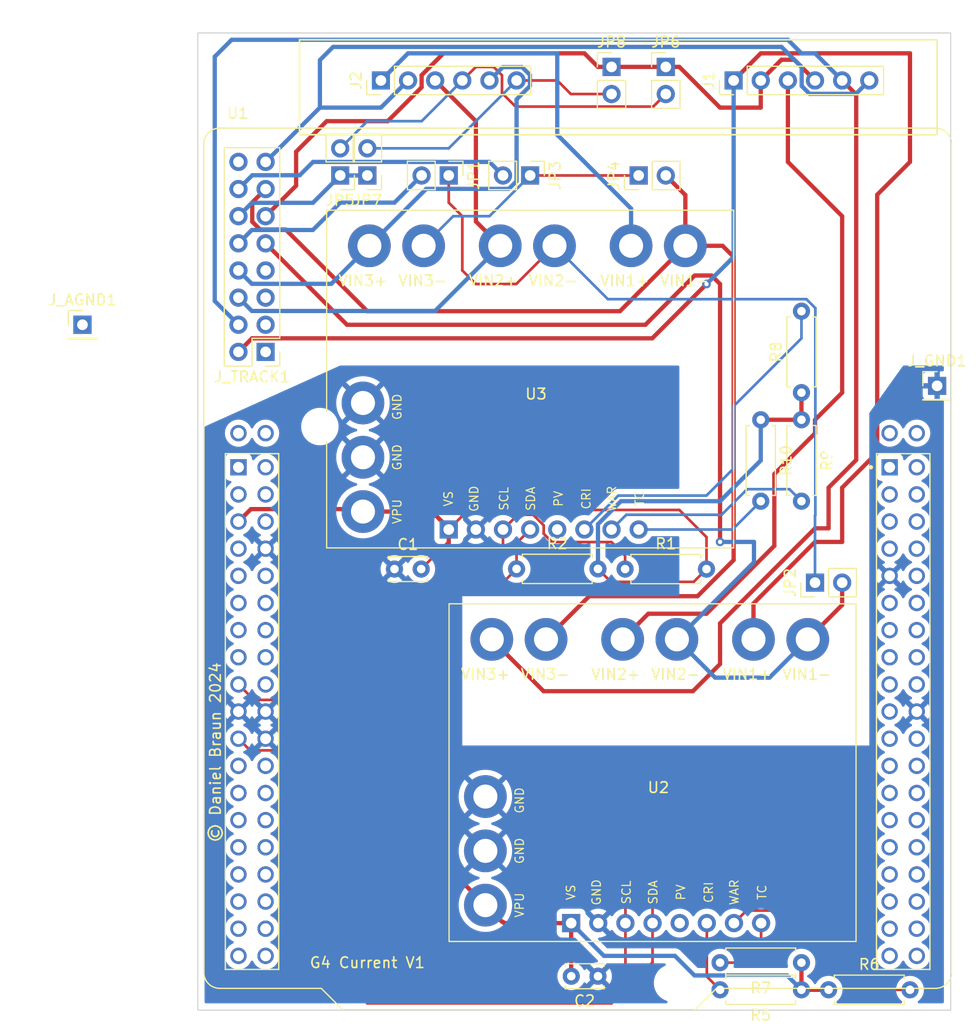
<source format=kicad_pcb>
(kicad_pcb (version 20221018) (generator pcbnew)
  (layers (0 "F.Cu" signal) (31 "B.Cu" signal) (34 "B.Paste" user) (35 "F.Paste" user) (36 "B.SilkS" user "B.Silkscreen") (37 "F.SilkS" user "F.Silkscreen") (38 "B.Mask" user) (39 "F.Mask" user) (44 "Edge.Cuts" user))
  (net 0 "")
  (net 1 "GND")
  (net 2 "5VCPU")
  (net 3 "3V3")
  (net 4 "12V")
  (net 5 "5V")
  (net 6 "T01A")
  (net 7 "T11A")
  (net 8 "T20A_T03A")
  (net 9 "Net-(J2-Pin_4)")
  (net 10 "T30A_T13A")
  (net 11 "Net-(J2-Pin_6)")
  (net 12 "GNDA")
  (net 13 "Net-(U2-CRI)")
  (net 14 "Net-(U2-WAR)")
  (net 15 "Net-(U2-TC)")
  (net 16 "T00A")
  (net 17 "T10A")
  (net 18 "Net-(U3-CRI)")
  (net 20 "Net-(U3-WAR)")
  (net 21 "C0A")
  (net 22 "C2A")
  (net 23 "C0B")
  (net 24 "C2B")
  (net 25 "C1A")
  (net 26 "C3A")
  (net 27 "C1B")
  (net 28 "C3B")
  (net 29 "Net-(U3-TC)")
  (net 30 "S_IN")
  (net 31 "5VCPU_IN")
  (net 32 "SPI3_SCK")
  (net 33 "SPI3_MOSI")
  (net 34 "SWDIO")
  (net 37 "SWDCLK")
  (net 39 "I2C1_SCL")
  (net 41 "I2C1_SDA")
  (net 42 "ADC2_IN1")
  (net 43 "ADC2_IN2")
  (net 48 "PWM_2_1")
  (net 50 "PWM_3_0")
  (net 52 "ADC2_IN8")
  (net 54 "ADC2_IN7")
  (net 55 "PWM_1_1")
  (net 56 "ADC2_IN6")
  (net 57 "I2C3_SDA")
  (net 58 "I2C3_SCL")
  (net 60 "PWM_2_0")
  (net 61 "LD2")
  (net 62 "CAN_TX")
  (net 65 "ADC2_IN3")
  (net 66 "CAN_RX")
  (net 67 "ADC2_IN4")
  (net 68 "TIM2_CH4")
  (net 69 "PWM_0_1")
  (net 73 "EECS")
  (net 74 "PWM_0_0")
  (net 75 "PWM_3_1")
  (net 76 "TIM2_CH3")
  (net 77 "SPI2_MOSI")
  (net 78 "SPI2_MISO")
  (net 79 "SPI2_SCK")
  (net 81 "SWO")
  (net 82 "PWM_1_0")
  (net 84 "ADC2_IN5")
  (net 90 "ASENSE")
  (net 91 "S_VALID")
  (net 92 "S_CLR")
  (net 93 "POW_CTRL")
  (net 94 "Net-(JP1-A)")
  (net 96 "Net-(JP3-A)")
  (footprint "Connector_PinHeader_2.54mm:PinHeader_1x02_P2.54mm_Vertical" (layer "F.Cu") (at 149.86 95.25 90)
    (fp_text reference "JP2")
    (fp_text value "Jumper_2_Open" hide)
  )
  (footprint "G4Lib:INA3221_Module" (layer "F.Cu") (at 127 127.05 180)
    (fp_text reference "U2")
    (fp_text value "INA3221_Module")
  )
  (footprint "Connector_PinHeader_2.54mm:PinHeader_1x02_P2.54mm_Vertical" (layer "F.Cu") (at 123.19 57.15 -90)
    (fp_text reference "JP3")
    (fp_text value "Jumper_2_Bridged" hide)
  )
  (footprint "Resistor_THT:R_Axial_DIN0207_L6.3mm_D2.5mm_P7.62mm_Horizontal" (layer "F.Cu") (at 148.59 80.01 -90)
    (fp_text reference "R9")
    (fp_text value "10k")
  )
  (footprint "Resistor_THT:R_Axial_DIN0207_L6.3mm_D2.5mm_P7.62mm_Horizontal" (layer "F.Cu") (at 148.59 133.35 180)
    (fp_text reference "R5")
    (fp_text value "10k")
  )
  (footprint "Connector_PinHeader_2.54mm:PinHeader_1x06_P2.54mm_Vertical" (layer "F.Cu") (at 142.24 48.26 90)
    (fp_text reference "J1")
    (fp_text value "Conn_01x06_Socket")
  )
  (footprint "G4Lib:INA3221_Module" (layer "F.Cu") (at 115.54 90.22 180)
    (fp_text reference "U3")
    (fp_text value "INA3221_Module")
  )
  (footprint "Connector_PinHeader_2.54mm:PinHeader_1x02_P2.54mm_Vertical" (layer "F.Cu") (at 115.57 57.15 -90)
    (fp_text reference "JP1")
    (fp_text value "Jumper_2_Bridged" hide)
  )
  (footprint "Capacitor_THT:C_Disc_D3.4mm_W2.1mm_P2.50mm" (layer "F.Cu") (at 110.49 93.98)
    (fp_text reference "C1")
    (fp_text value "100nF")
  )
  (footprint "Connector_PinHeader_2.54mm:PinHeader_1x01_P2.54mm_Vertical" (layer "F.Cu") (at 81.28 71.12)
    (fp_text reference "J_AGND1")
    (fp_text value "Conn_01x01_Female")
  )
  (footprint "G4Lib:MODULE_NUCLEO-G491RE20noar" (layer "F.Cu") (at 127.635 93.965)
    (fp_text reference "U1")
    (fp_text value "NUCLEO-G491RE")
  )
  (footprint "Connector_PinHeader_2.54mm:PinHeader_1x02_P2.54mm_Vertical" (layer "F.Cu") (at 105.41 57.15 180)
    (fp_text reference "JP5")
    (fp_text value "Jumper_2_Bridged" hide)
  )
  (footprint "Resistor_THT:R_Axial_DIN0207_L6.3mm_D2.5mm_P7.62mm_Horizontal" (layer "F.Cu") (at 148.59 77.47 90)
    (fp_text reference "R8")
    (fp_text value "10k")
  )
  (footprint "Connector_PinHeader_2.54mm:PinHeader_1x06_P2.54mm_Vertical" (layer "F.Cu") (at 109.22 48.26 90)
    (fp_text reference "J2")
    (fp_text value "Conn_01x06_Socket")
  )
  (footprint "Resistor_THT:R_Axial_DIN0207_L6.3mm_D2.5mm_P7.62mm_Horizontal" (layer "F.Cu") (at 151.13 133.35)
    (fp_text reference "R6")
    (fp_text value "10k")
  )
  (footprint "Capacitor_THT:C_Disc_D3.4mm_W2.1mm_P2.50mm" (layer "F.Cu") (at 129.54 132.08 180)
    (fp_text reference "C2")
    (fp_text value "100nF")
  )
  (footprint "Resistor_THT:R_Axial_DIN0207_L6.3mm_D2.5mm_P7.62mm_Horizontal" (layer "F.Cu") (at 144.78 80.01 -90)
    (fp_text reference "R10")
    (fp_text value "10k")
  )
  (footprint "Resistor_THT:R_Axial_DIN0207_L6.3mm_D2.5mm_P7.62mm_Horizontal" (layer "F.Cu") (at 148.59 130.81 180)
    (fp_text reference "R7")
    (fp_text value "10k")
  )
  (footprint "Connector_PinHeader_2.54mm:PinHeader_1x02_P2.54mm_Vertical" (layer "F.Cu") (at 133.35 57.15 90)
    (fp_text reference "JP4")
    (fp_text value "Jumper_2_Open" hide)
  )
  (footprint "Connector_PinHeader_2.54mm:PinHeader_1x02_P2.54mm_Vertical" (layer "F.Cu") (at 135.89 46.99)
    (fp_text reference "JP6")
    (fp_text value "Jumper_2_Open" hide)
  )
  (footprint "Connector_PinHeader_2.54mm:PinHeader_1x02_P2.54mm_Vertical" (layer "F.Cu") (at 107.95 57.15 180)
    (fp_text reference "JP7")
    (fp_text value "Jumper_2_Bridged" hide)
  )
  (footprint "Connector_PinHeader_2.54mm:PinHeader_1x02_P2.54mm_Vertical" (layer "F.Cu") (at 130.81 46.99)
    (fp_text reference "JP8")
    (fp_text value "Jumper_2_Open" hide)
  )
  (footprint "Connector_PinHeader_2.54mm:PinHeader_2x08_P2.54mm_Vertical" (layer "F.Cu") (at 98.425 73.66 180)
    (fp_text reference "J_TRACK1")
    (fp_text value "Conn_02x08_Odd_Even" hide)
  )
  (footprint "Connector_PinHeader_2.54mm:PinHeader_1x01_P2.54mm_Vertical" (layer "F.Cu") (at 161.29 76.835)
    (fp_text reference "J_GND1")
    (fp_text value "Conn_01x01_Female" hide)
  )
  (footprint "Resistor_THT:R_Axial_DIN0207_L6.3mm_D2.5mm_P7.62mm_Horizontal" (layer "F.Cu") (at 121.92 93.965)
    (fp_text reference "R2")
    (fp_text value "10k")
  )
  (footprint "Resistor_THT:R_Axial_DIN0207_L6.3mm_D2.5mm_P7.62mm_Horizontal" (layer "F.Cu") (at 132.08 93.98)
    (fp_text reference "R1")
    (fp_text value "10k")
  )
  (gr_rect (start 101.6 44.45) (end 161.29 53.34) (stroke (width 0.15)) (fill none) (layer "F.SilkS"))
  (gr_rect (start 92.075 43.815) (end 162.56 135.255) (stroke (width 0.1)) (fill none) (layer "Edge.Cuts"))
  (gr_text "© Daniel Braun 2024" (at 93.726 111.125 90) (layer "F.SilkS") (effects (font (size 1 1))))
  (gr_text "G4 Current V1" (at 107.95 130.81) (layer "F.SilkS") (effects (font (size 1 1))))
  (segment (start 107.54 88.6) (end 107.31 88.37) (width 0.4) (layer "F.Cu") (net 3))
  (segment (start 115.57 90.28) (end 115.57 90.17) (width 0.4) (layer "F.Cu") (net 3))
  (segment (start 119 125.43) (end 120.57 127) (width 0.4) (layer "F.Cu") (net 3))
  (segment (start 137.16 88.45) (end 139.7 90.99) (width 0.25) (layer "F.Cu") (net 3))
  (segment (start 144.78 80.01) (end 148.59 80.01) (width 0.4) (layer "F.Cu") (net 3))
  (segment (start 148.59 77.47) (end 148.59 80.01) (width 0.4) (layer "F.Cu") (net 3))
  (segment (start 129.54 93.965) (end 130.755 95.18) (width 0.25) (layer "F.Cu") (net 3))
  (segment (start 130.755 95.18) (end 138.5 95.18) (width 0.25) (layer "F.Cu") (net 3))
  (segment (start 138.5 95.18) (end 139.7 93.98) (width 0.25) (layer "F.Cu") (net 3))
  (segment (start 115.57 91.4) (end 112.99 93.98) (width 0.25) (layer "F.Cu") (net 3))
  (segment (start 120.65 127) (end 120.76 127.11) (width 0.4) (layer "F.Cu") (net 3))
  (segment (start 113.03 96.52) (end 115.57 93.98) (width 0.4) (layer "F.Cu") (net 3))
  (segment (start 139.7 90.99) (end 139.7 93.98) (width 0.25) (layer "F.Cu") (net 3))
  (segment (start 151.13 133.35) (end 148.59 133.35) (width 0.4) (layer "F.Cu") (net 3))
  (segment (start 115.57 90.17) (end 114 88.6) (width 0.4) (layer "F.Cu") (net 3))
  (segment (start 97.05 88.37) (end 95.885 89.535) (width 0.4) (layer "F.Cu") (net 3))
  (segment (start 117.4 88.45) (end 137.16 88.45) (width 0.25) (layer "F.Cu") (net 3))
  (segment (start 115.57 90.28) (end 115.57 91.4) (width 0.25) (layer "F.Cu") (net 3))
  (segment (start 127.03 127.11) (end 127.03 132.07) (width 0.4) (layer "F.Cu") (net 3))
  (segment (start 120.76 127.11) (end 127.03 127.11) (width 0.4) (layer "F.Cu") (net 3))
  (segment (start 113.03 123.19) (end 116.76 123.19) (width 0.4) (layer "F.Cu") (net 3))
  (segment (start 120.57 127) (end 120.65 127) (width 0.4) (layer "F.Cu") (net 3))
  (segment (start 116.76 123.19) (end 119 125.43) (width 0.4) (layer "F.Cu") (net 3))
  (segment (start 107.31 88.37) (end 97.05 88.37) (width 0.4) (layer "F.Cu") (net 3))
  (segment (start 114 88.6) (end 107.54 88.6) (width 0.4) (layer "F.Cu") (net 3))
  (segment (start 148.59 130.81) (end 148.59 133.35) (width 0.4) (layer "F.Cu") (net 3))
  (segment (start 115.57 90.28) (end 117.4 88.45) (width 0.25) (layer "F.Cu") (net 3))
  (segment (start 113.03 96.52) (end 113.03 123.19) (width 0.4) (layer "F.Cu") (net 3))
  (segment (start 115.57 93.98) (end 115.57 90.28) (width 0.4) (layer "F.Cu") (net 3))
  (segment (start 127.03 132.07) (end 127.04 132.08) (width 0.4) (layer "F.Cu") (net 3))
  (segment (start 148.59 133.35) (end 147.25 132.01) (width 0.4) (layer "B.Cu") (net 3))
  (segment (start 130.095 130.175) (end 127.03 127.11) (width 0.4) (layer "B.Cu") (net 3))
  (segment (start 140.97 87.63) (end 144.78 83.82) (width 0.4) (layer "B.Cu") (net 3))
  (segment (start 129.54 93.965) (end 129.54 89.782233) (width 0.4) (layer "B.Cu") (net 3))
  (segment (start 144.78 83.82) (end 144.78 80.01) (width 0.4) (layer "B.Cu") (net 3))
  (segment (start 147.25 132.01) (end 138.577716 132.01) (width 0.4) (layer "B.Cu") (net 3))
  (segment (start 129.54 89.782233) (end 131.692234 87.63) (width 0.4) (layer "B.Cu") (net 3))
  (segment (start 131.692234 87.63) (end 140.97 87.63) (width 0.4) (layer "B.Cu") (net 3))
  (segment (start 136.742716 130.175) (end 130.095 130.175) (width 0.4) (layer "B.Cu") (net 3))
  (segment (start 138.577716 132.01) (end 136.742716 130.175) (width 0.4) (layer "B.Cu") (net 3))
  (segment (start 149.86 81.28) (end 149.86 80.01) (width 0.4) (layer "F.Cu") (net 6))
  (segment (start 146.05 85.09) (end 149.86 81.28) (width 0.4) (layer "F.Cu") (net 6))
  (segment (start 131.85 100.56) (end 134.25 98.16) (width 0.4) (layer "F.Cu") (net 6))
  (segment (start 152.4 60.96) (end 147.32 55.88) (width 0.4) (layer "F.Cu") (net 6))
  (segment (start 152.4 77.47) (end 152.4 60.96) (width 0.4) (layer "F.Cu") (net 6))
  (segment (start 134.25 98.16) (end 139.7 98.16) (width 0.4) (layer "F.Cu") (net 6))
  (segment (start 146.05 91.81) (end 146.05 85.09) (width 0.4) (layer "F.Cu") (net 6))
  (segment (start 147.32 55.88) (end 147.32 48.26) (width 0.4) (layer "F.Cu") (net 6))
  (segment (start 149.86 80.01) (end 152.4 77.47) (width 0.4) (layer "F.Cu") (net 6))
  (segment (start 139.7 98.16) (end 146.05 91.81) (width 0.4) (layer "F.Cu") (net 6))
  (segment (start 111.76 45.72) (end 109.22 48.26) (width 0.4) (layer "B.Cu") (net 7))
  (segment (start 132.64 60.25) (end 125.73 53.34) (width 0.4) (layer "B.Cu") (net 7))
  (segment (start 125.73 45.72) (end 111.76 45.72) (width 0.4) (layer "B.Cu") (net 7))
  (segment (start 125.73 53.34) (end 125.73 45.72) (width 0.4) (layer "B.Cu") (net 7))
  (segment (start 132.64 63.73) (end 132.64 60.25) (width 0.4) (layer "B.Cu") (net 7))
  (segment (start 118.11 61.45) (end 120.39 63.73) (width 0.4) (layer "F.Cu") (net 8))
  (segment (start 118.11 52.07) (end 118.11 61.45) (width 0.4) (layer "F.Cu") (net 8))
  (segment (start 114.3 48.26) (end 118.11 52.07) (width 0.4) (layer "F.Cu") (net 8))
  (segment (start 114.29 69.83) (end 120.39 63.73) (width 0.4) (layer "B.Cu") (net 8))
  (segment (start 95.885 68.58) (end 97.135 69.83) (width 0.4) (layer "B.Cu") (net 8))
  (segment (start 97.135 69.83) (end 114.29 69.83) (width 0.4) (layer "B.Cu") (net 8))
  (segment (start 121.825 50.705) (end 134.715 50.705) (width 0.25) (layer "F.Cu") (net 9))
  (segment (start 119.771701 46.99) (end 120.555 47.773299) (width 0.25) (layer "F.Cu") (net 9))
  (segment (start 118.11 46.99) (end 119.771701 46.99) (width 0.25) (layer "F.Cu") (net 9))
  (segment (start 134.715 50.705) (end 135.89 49.53) (width 0.25) (layer "F.Cu") (net 9))
  (segment (start 120.555 49.435) (end 121.825 50.705) (width 0.25) (layer "F.Cu") (net 9))
  (segment (start 116.84 48.26) (end 118.11 46.99) (width 0.25) (layer "F.Cu") (net 9))
  (segment (start 120.555 47.773299) (end 120.555 49.435) (width 0.25) (layer "F.Cu") (net 9))
  (segment (start 113.03 52.07) (end 116.84 48.26) (width 0.25) (layer "B.Cu") (net 9))
  (segment (start 107.95 52.07) (end 113.03 52.07) (width 0.25) (layer "B.Cu") (net 9))
  (segment (start 105.41 54.61) (end 107.95 52.07) (width 0.25) (layer "B.Cu") (net 9))
  (segment (start 108.14 63.73) (end 113.47 58.4) (width 0.4) (layer "B.Cu") (net 10))
  (segment (start 113.47 58.4) (end 121.197538 58.4) (width 0.4) (layer "B.Cu") (net 10))
  (segment (start 121.92 57.677538) (end 121.92 50.027767) (width 0.4) (layer "B.Cu") (net 10))
  (segment (start 104.58 67.29) (end 97.135 67.29) (width 0.4) (layer "B.Cu") (net 10))
  (segment (start 97.135 67.29) (end 95.885 66.04) (width 0.4) (layer "B.Cu") (net 10))
  (segment (start 121.197538 58.4) (end 121.92 57.677538) (width 0.4) (layer "B.Cu") (net 10))
  (segment (start 120.63 47.01) (end 119.38 48.26) (width 0.4) (layer "B.Cu") (net 10))
  (segment (start 122.437767 47.01) (end 120.63 47.01) (width 0.4) (layer "B.Cu") (net 10))
  (segment (start 108.14 63.73) (end 104.58 67.29) (width 0.4) (layer "B.Cu") (net 10))
  (segment (start 123.17 48.777767) (end 123.17 47.742233) (width 0.4) (layer "B.Cu") (net 10))
  (segment (start 123.17 47.742233) (end 122.437767 47.01) (width 0.4) (layer "B.Cu") (net 10))
  (segment (start 121.92 50.027767) (end 123.17 48.777767) (width 0.4) (layer "B.Cu") (net 10))
  (segment (start 127 49.53) (end 130.81 49.53) (width 0.25) (layer "F.Cu") (net 11))
  (segment (start 121.92 48.26) (end 125.73 48.26) (width 0.25) (layer "F.Cu") (net 11))
  (segment (start 125.73 48.26) (end 127 49.53) (width 0.25) (layer "F.Cu") (net 11))
  (segment (start 107.95 54.61) (end 115.57 54.61) (width 0.25) (layer "B.Cu") (net 11))
  (segment (start 115.57 54.61) (end 121.92 48.26) (width 0.25) (layer "B.Cu") (net 11))
  (segment (start 139.73 132.11) (end 140.97 133.35) (width 0.25) (layer "F.Cu") (net 13))
  (segment (start 139.73 127.11) (end 139.73 132.11) (width 0.25) (layer "F.Cu") (net 13))
  (segment (start 143.445 125.935) (end 149.43 125.935) (width 0.25) (layer "F.Cu") (net 14))
  (segment (start 153.67 130.175) (end 153.67 132.08) (width 0.25) (layer "F.Cu") (net 14))
  (segment (start 154.94 133.35) (end 158.75 133.35) (width 0.25) (layer "F.Cu") (net 14))
  (segment (start 153.67 132.08) (end 154.94 133.35) (width 0.25) (layer "F.Cu") (net 14))
  (segment (start 142.27 127.11) (end 143.445 125.935) (width 0.25) (layer "F.Cu") (net 14))
  (segment (start 149.43 125.935) (end 153.67 130.175) (width 0.25) (layer "F.Cu") (net 14))
  (segment (start 140.97 130.81) (end 142.875 130.81) (width 0.25) (layer "F.Cu") (net 15))
  (segment (start 142.875 130.81) (end 144.81 128.875) (width 0.25) (layer "F.Cu") (net 15))
  (segment (start 144.81 128.875) (end 144.81 127.11) (width 0.25) (layer "F.Cu") (net 15))
  (segment (start 152.4 86.36) (end 152.4 91.44) (width 0.4) (layer "F.Cu") (net 16))
  (segment (start 144.78 45.72) (end 158.75 45.72) (width 0.4) (layer "F.Cu") (net 16))
  (segment (start 97.155 72.39) (end 95.885 73.66) (width 0.4) (layer "F.Cu") (net 16))
  (segment (start 144.1 97.2) (end 144.1 100.56) (width 0.4) (layer "F.Cu") (net 16))
  (segment (start 149.86 91.44) (end 144.1 97.2) (width 0.4) (layer "F.Cu") (net 16))
  (segment (start 155.68 83.08) (end 152.4 86.36) (width 0.4) (layer "F.Cu") (net 16))
  (segment (start 134.62 72.39) (end 97.155 72.39) (width 0.4) (layer "F.Cu") (net 16))
  (segment (start 155.68 58.95) (end 155.68 83.08) (width 0.4) (layer "F.Cu") (net 16))
  (segment (start 158.75 45.72) (end 158.75 55.88) (width 0.4) (layer "F.Cu") (net 16))
  (segment (start 152.4 91.44) (end 149.86 91.44) (width 0.4) (layer "F.Cu") (net 16))
  (segment (start 142.24 48.26) (end 144.78 45.72) (width 0.4) (layer "F.Cu") (net 16))
  (segment (start 139.7 67.31) (end 134.62 72.39) (width 0.4) (layer "F.Cu") (net 16))
  (segment (start 158.75 55.88) (end 155.68 58.95) (width 0.4) (layer "F.Cu") (net 16))
  (via (at 139.7 67.31) (size 0.8) (drill 0.4) (layers "F.Cu" "B.Cu") (net 16))
  (segment (start 142.24 64.77) (end 142.24 48.26) (width 0.4) (layer "B.Cu") (net 16))
  (segment (start 139.7 67.31) (end 142.24 64.77) (width 0.4) (layer "B.Cu") (net 16))
  (segment (start 153.715 49.575) (end 152.4 48.26) (width 0.4) (layer "F.Cu") (net 17))
  (segment (start 140.97 102.87) (end 140.97 99.06) (width 0.4) (layer "F.Cu") (net 17))
  (segment (start 151.13 90.17) (end 151.13 86.36) (width 0.4) (layer "F.Cu") (net 17))
  (segment (start 140.97 99.06) (end 149.86 90.17) (width 0.4) (layer "F.Cu") (net 17))
  (segment (start 149.86 90.17) (end 151.13 90.17) (width 0.4) (layer "F.Cu") (net 17))
  (segment (start 153.715 83.775) (end 153.715 49.575) (width 0.4) (layer "F.Cu") (net 17))
  (segment (start 119.6 100.56) (end 124.45 105.41) (width 0.4) (layer "F.Cu") (net 17))
  (segment (start 151.13 86.36) (end 153.715 83.775) (width 0.4) (layer "F.Cu") (net 17))
  (segment (start 124.45 105.41) (end 138.43 105.41) (width 0.4) (layer "F.Cu") (net 17))
  (segment (start 138.43 105.41) (end 140.97 102.87) (width 0.4) (layer "F.Cu") (net 17))
  (segment (start 93.6625 46.0375) (end 95.25 44.45) (width 0.4) (layer "B.Cu") (net 17))
  (segment (start 149.86 45.72) (end 152.4 48.26) (width 0.4) (layer "B.Cu") (net 17))
  (segment (start 147.32 44.45) (end 148.59 45.72) (width 0.4) (layer "B.Cu") (net 17))
  (segment (start 93.6625 68.8975) (end 93.6625 46.0375) (width 0.4) (layer "B.Cu") (net 17))
  (segment (start 148.59 45.72) (end 149.86 45.72) (width 0.4) (layer "B.Cu") (net 17))
  (segment (start 95.885 71.12) (end 93.6625 68.8975) (width 0.4) (layer "B.Cu") (net 17))
  (segment (start 95.25 44.45) (end 147.32 44.45) (width 0.4) (layer "B.Cu") (net 17))
  (segment (start 142.24 84.565) (end 139.7 87.105) (width 0.25) (layer "B.Cu") (net 18))
  (segment (start 148.59 69.85) (end 148.59 72.39) (width 0.25) (layer "B.Cu") (net 18))
  (segment (start 142.24 78.74) (end 142.24 84.565) (width 0.25) (layer "B.Cu") (net 18))
  (segment (start 131.445 87.105) (end 128.27 90.28) (width 0.25) (layer "B.Cu") (net 18))
  (segment (start 148.59 72.39) (end 142.24 78.74) (width 0.25) (layer "B.Cu") (net 18))
  (segment (start 139.7 87.105) (end 131.445 87.105) (width 0.25) (layer "B.Cu") (net 18))
  (segment (start 143.51 86.505) (end 141.115 88.9) (width 0.25) (layer "B.Cu") (net 20))
  (segment (start 132.19 88.9) (end 130.81 90.28) (width 0.25) (layer "B.Cu") (net 20))
  (segment (start 147.465 86.505) (end 143.51 86.505) (width 0.25) (layer "B.Cu") (net 20))
  (segment (start 141.115 88.9) (end 132.19 88.9) (width 0.25) (layer "B.Cu") (net 20))
  (segment (start 148.59 87.63) (end 147.465 86.505) (width 0.25) (layer "B.Cu") (net 20))
  (segment (start 138.595 66.51) (end 140.17 66.51) (width 0.4) (layer "F.Cu") (net 21))
  (segment (start 140.17 66.51) (end 140.97 67.31) (width 0.4) (layer "F.Cu") (net 21))
  (segment (start 140.97 91.44) (end 140.97 67.31) (width 0.4) (layer "F.Cu") (net 21))
  (segment (start 148.59 99.97) (end 149.18 100.56) (width 0.4) (layer "F.Cu") (net 21))
  (segment (start 133.985 71.12) (end 138.595 66.51) (width 0.4) (layer "F.Cu") (net 21))
  (segment (start 98.425 63.5) (end 106.045 71.12) (width 0.4) (layer "F.Cu") (net 21))
  (segment (start 106.045 71.12) (end 133.985 71.12) (width 0.4) (layer "F.Cu") (net 21))
  (segment (start 152.4 97.34) (end 152.4 95.25) (width 0.4) (layer "F.Cu") (net 21))
  (segment (start 149.18 100.56) (end 152.4 97.34) (width 0.4) (layer "F.Cu") (net 21))
  (via (at 140.97 91.44) (size 0.8) (drill 0.4) (layers "F.Cu" "B.Cu") (net 21))
  (segment (start 145.6 104.14) (end 140.51 104.14) (width 0.4) (layer "B.Cu") (net 21))
  (segment (start 149.18 100.56) (end 145.6 104.14) (width 0.4) (layer "B.Cu") (net 21))
  (segment (start 140.51 104.14) (end 136.93 100.56) (width 0.4) (layer "B.Cu") (net 21))
  (segment (start 144.145 91.44) (end 140.97 91.44) (width 0.4) (layer "B.Cu") (net 21))
  (segment (start 136.93 100.56) (end 144.145 93.345) (width 0.4) (layer "B.Cu") (net 21))
  (segment (start 144.145 93.345) (end 144.145 91.44) (width 0.4) (layer "B.Cu") (net 21))
  (segment (start 97.135 62.25) (end 102.85 62.25) (width 0.4) (layer "B.Cu") (net 22))
  (segment (start 110.49 59.69) (end 113.03 57.15) (width 0.4) (layer "B.Cu") (net 22))
  (segment (start 102.85 62.25) (end 105.41 59.69) (width 0.4) (layer "B.Cu") (net 22))
  (segment (start 105.41 59.69) (end 110.49 59.69) (width 0.4) (layer "B.Cu") (net 22))
  (segment (start 95.885 63.5) (end 97.135 62.25) (width 0.4) (layer "B.Cu") (net 22))
  (segment (start 101.2825 54.9275) (end 101.2825 58.1025) (width 0.4) (layer "F.Cu") (net 23))
  (segment (start 149.86 48.26) (end 147.92 46.32) (width 0.4) (layer "F.Cu") (net 23))
  (segment (start 140.97 50.8) (end 137.16 46.99) (width 0.4) (layer "F.Cu") (net 23))
  (segment (start 113.03 48.895) (end 109.855 52.07) (width 0.4) (layer "F.Cu") (net 23))
  (segment (start 147.92 46.32) (end 146.72 46.32) (width 0.4) (layer "F.Cu") (net 23))
  (segment (start 101.2825 58.1025) (end 98.425 60.96) (width 0.4) (layer "F.Cu") (net 23))
  (segment (start 130.81 46.99) (end 129.54 46.99) (width 0.4) (layer "F.Cu") (net 23))
  (segment (start 137.16 46.99) (end 135.89 46.99) (width 0.4) (layer "F.Cu") (net 23))
  (segment (start 109.855 52.07) (end 104.14 52.07) (width 0.4) (layer "F.Cu") (net 23))
  (segment (start 146.72 46.32) (end 144.78 48.26) (width 0.4) (layer "F.Cu") (net 23))
  (segment (start 144.78 48.26) (end 144.78 50.8) (width 0.4) (layer "F.Cu") (net 23))
  (segment (start 128.27 45.72) (end 115.072233 45.72) (width 0.4) (layer "F.Cu") (net 23))
  (segment (start 113.03 47.762233) (end 113.03 48.895) (width 0.4) (layer "F.Cu") (net 23))
  (segment (start 129.54 46.99) (end 128.27 45.72) (width 0.4) (layer "F.Cu") (net 23))
  (segment (start 104.14 52.07) (end 101.2825 54.9275) (width 0.4) (layer "F.Cu") (net 23))
  (segment (start 144.78 50.8) (end 140.97 50.8) (width 0.4) (layer "F.Cu") (net 23))
  (segment (start 115.072233 45.72) (end 113.03 47.762233) (width 0.4) (layer "F.Cu") (net 23))
  (segment (start 135.89 46.99) (end 130.81 46.99) (width 0.4) (layer "F.Cu") (net 23))
  (segment (start 107.95 57.15) (end 105.41 57.15) (width 0.4) (layer "B.Cu") (net 24))
  (segment (start 97.135 59.71) (end 102.85 59.71) (width 0.4) (layer "B.Cu") (net 24))
  (segment (start 102.85 59.71) (end 105.41 57.15) (width 0.4) (layer "B.Cu") (net 24))
  (segment (start 95.885 60.96) (end 97.135 59.71) (width 0.4) (layer "B.Cu") (net 24))
  (segment (start 97.907233 62.21) (end 97.175 61.477767) (width 0.4) (layer "F.Cu") (net 25))
  (segment (start 138.857057 96.52) (end 128.72 96.52) (width 0.4) (layer "F.Cu") (net 25))
  (segment (start 137.72 58.98) (end 135.89 57.15) (width 0.4) (layer "F.Cu") (net 25))
  (segment (start 128.72 96.52) (end 124.68 100.56) (width 0.4) (layer "F.Cu") (net 25))
  (segment (start 137.72 63.73) (end 137.72 58.98) (width 0.4) (layer "F.Cu") (net 25))
  (segment (start 142.24 93.137057) (end 138.857057 96.52) (width 0.4) (layer "F.Cu") (net 25))
  (segment (start 141.2 63.73) (end 142.24 64.77) (width 0.4) (layer "F.Cu") (net 25))
  (segment (start 137.72 63.73) (end 131.6 69.85) (width 0.4) (layer "F.Cu") (net 25))
  (segment (start 131.6 69.85) (end 107.95 69.85) (width 0.4) (layer "F.Cu") (net 25))
  (segment (start 137.72 63.73) (end 141.2 63.73) (width 0.4) (layer "F.Cu") (net 25))
  (segment (start 107.95 69.85) (end 100.31 62.21) (width 0.4) (layer "F.Cu") (net 25))
  (segment (start 100.31 62.21) (end 97.907233 62.21) (width 0.4) (layer "F.Cu") (net 25))
  (segment (start 97.175 61.477767) (end 97.175 59.67) (width 0.4) (layer "F.Cu") (net 25))
  (segment (start 142.24 64.77) (end 142.24 93.137057) (width 0.4) (layer "F.Cu") (net 25))
  (segment (start 97.175 59.67) (end 98.425 58.42) (width 0.4) (layer "F.Cu") (net 25))
  (segment (start 102.87 55.88) (end 119.38 55.88) (width 0.4) (layer "B.Cu") (net 26))
  (segment (start 101.62 57.13) (end 97.175 57.13) (width 0.4) (layer "B.Cu") (net 26))
  (segment (start 119.38 55.88) (end 120.65 57.15) (width 0.4) (layer "B.Cu") (net 26))
  (segment (start 97.175 57.13) (end 95.885 58.42) (width 0.4) (layer "B.Cu") (net 26))
  (segment (start 102.87 55.88) (end 101.62 57.13) (width 0.4) (layer "B.Cu") (net 26))
  (segment (start 111.76 48.26) (end 109.22 50.8) (width 0.4) (layer "B.Cu") (net 27))
  (segment (start 148.61 47.01) (end 146.72 45.12) (width 0.4) (layer "B.Cu") (net 27))
  (segment (start 149.342233 49.51) (end 148.61 48.777767) (width 0.4) (layer "B.Cu") (net 27))
  (segment (start 109.22 50.8) (end 103.505 50.8) (width 0.4) (layer "B.Cu") (net 27))
  (segment (start 103.505 50.8) (end 98.425 55.88) (width 0.4) (layer "B.Cu") (net 27))
  (segment (start 104.74 45.12) (end 103.505 46.355) (width 0.4) (layer "B.Cu") (net 27))
  (segment (start 154.94 48.26) (end 153.69 49.51) (width 0.4) (layer "B.Cu") (net 27))
  (segment (start 153.69 49.51) (end 149.342233 49.51) (width 0.4) (layer "B.Cu") (net 27))
  (segment (start 103.505 46.355) (end 103.505 50.8) (width 0.4) (layer "B.Cu") (net 27))
  (segment (start 148.61 48.777767) (end 148.61 47.01) (width 0.4) (layer "B.Cu") (net 27))
  (segment (start 146.72 45.12) (end 104.74 45.12) (width 0.4) (layer "B.Cu") (net 27))
  (segment (start 142.13 90.28) (end 144.78 87.63) (width 0.25) (layer "B.Cu") (net 29))
  (segment (start 133.35 90.28) (end 142.13 90.28) (width 0.25) (layer "B.Cu") (net 29))
  (segment (start 132.11 127.11) (end 132.11 118.14) (width 0.25) (layer "F.Cu") (net 39))
  (segment (start 122.03 88.9) (end 120.65 90.28) (width 0.25) (layer "F.Cu") (net 39))
  (segment (start 130.81 91.455) (end 125.243299 91.455) (width 0.25) (layer "F.Cu") (net 39))
  (segment (start 120.65 92.71) (end 120.65 90.28) (width 0.25) (layer "F.Cu") (net 39))
  (segment (start 97.335 106.225) (end 95.885 104.775) (width 0.25) (layer "F.Cu") (net 39))
  (segment (start 114.3 111.76) (end 114.3 96.52) (width 0.25) (layer "F.Cu") (net 39))
  (segment (start 119.38 93.98) (end 120.65 92.71) (width 0.25) (layer "F.Cu") (net 39))
  (segment (start 132.11 127.11) (end 132.11 132.683604) (width 0.25) (layer "F.Cu") (net 39))
  (segment (start 101.781396 106.225) (end 97.335 106.225) (width 0.25) (layer "F.Cu") (net 39))
  (segment (start 126.365 112.395) (end 114.935 112.395) (width 0.25) (layer "F.Cu") (net 39))
  (segment (start 103.506396 128.906396) (end 103.506396 107.95) (width 0.25) (layer "F.Cu") (net 39))
  (segment (start 132.11 132.683604) (end 130.623604 134.17) (width 0.25) (layer "F.Cu") (net 39))
  (segment (start 132.11 118.14) (end 126.365 112.395) (width 0.25) (layer "F.Cu") (net 39))
  (segment (start 116.84 93.98) (end 119.38 93.98) (width 0.25) (layer "F.Cu") (net 39))
  (segment (start 124.46 90.671701) (end 124.46 89.888299) (width 0.25) (layer "F.Cu") (net 39))
  (segment (start 123.471701 88.9) (end 122.03 88.9) (width 0.25) (layer "F.Cu") (net 39))
  (segment (start 114.935 112.395) (end 114.3 111.76) (width 0.25) (layer "F.Cu") (net 39))
  (segment (start 103.506396 107.95) (end 101.781396 106.225) (width 0.25) (layer "F.Cu") (net 39))
  (segment (start 125.243299 91.455) (end 124.46 90.671701) (width 0.25) (layer "F.Cu") (net 39))
  (segment (start 114.3 96.52) (end 116.84 93.98) (width 0.25) (layer "F.Cu") (net 39))
  (segment (start 124.46 89.888299) (end 123.471701 88.9) (width 0.25) (layer "F.Cu") (net 39))
  (segment (start 108.77 134.17) (end 103.506396 128.906396) (width 0.25) (layer "F.Cu") (net 39))
  (segment (start 130.623604 134.17) (end 108.77 134.17) (width 0.25) (layer "F.Cu") (net 39))
  (segment (start 132.08 92.725) (end 130.81 91.455) (width 0.25) (layer "F.Cu") (net 39))
  (segment (start 132.08 93.98) (end 132.08 92.725) (width 0.25) (layer "F.Cu") (net 39))
  (segment (start 102.055 110.945) (end 102.87 111.76) (width 0.25) (layer "F.Cu") (net 41))
  (segment (start 116.84 111.76) (end 115.57 110.49) (width 0.25) (layer "F.Cu") (net 41))
  (segment (start 121.92 93.965) (end 120.65 95.235) (width 0.25) (layer "F.Cu") (net 41))
  (segment (start 121.92 91.55) (end 123.19 90.28) (width 0.25) (layer "F.Cu") (net 41))
  (segment (start 115.57 110.49) (end 115.57 96.52) (width 0.25) (layer "F.Cu") (net 41))
  (segment (start 102.87 129.54) (end 107.95 134.62) (width 0.25) (layer "F.Cu") (net 41))
  (segment (start 134.65 127.11) (end 134.65 119.41) (width 0.25) (layer "F.Cu") (net 41))
  (segment (start 127 111.76) (end 116.84 111.76) (width 0.25) (layer "F.Cu") (net 41))
  (segment (start 134.65 130.78) (end 134.65 127.11) (width 0.25) (layer "F.Cu") (net 41))
  (segment (start 95.885 109.855) (end 96.975 110.945) (width 0.25) (layer "F.Cu") (net 41))
  (segment (start 116.84 95.25) (end 120.65 95.25) (width 0.25) (layer "F.Cu") (net 41))
  (segment (start 102.87 111.76) (end 102.87 129.54) (width 0.25) (layer "F.Cu") (net 41))
  (segment (start 115.57 96.52) (end 116.84 95.25) (width 0.25) (layer "F.Cu") (net 41))
  (segment (start 134.65 119.41) (end 127 111.76) (width 0.25) (layer "F.Cu") (net 41))
  (segment (start 120.65 95.235) (end 120.65 95.25) (width 0.25) (layer "F.Cu") (net 41))
  (segment (start 121.92 93.965) (end 121.92 91.55) (width 0.25) (layer "F.Cu") (net 41))
  (segment (start 96.975 110.945) (end 102.055 110.945) (width 0.25) (layer "F.Cu") (net 41))
  (segment (start 130.81 134.62) (end 134.65 130.78) (width 0.25) (layer "F.Cu") (net 41))
  (segment (start 107.95 134.62) (end 130.81 134.62) (width 0.25) (layer "F.Cu") (net 41))
  (segment (start 115.57 59.69) (end 115.57 57.15) (width 0.25) (layer "F.Cu") (net 94))
  (segment (start 121.89 67.31) (end 118.11 67.31) (width 0.25) (layer "F.Cu") (net 94))
  (segment (start 125.47 63.73) (end 121.89 67.31) (width 0.25) (layer "F.Cu") (net 94))
  (segment (start 116.84 60.96) (end 115.57 59.69) (width 0.25) (layer "F.Cu") (net 94))
  (segment (start 116.84 66.04) (end 118.11 67.31) (width 0.25) (layer "F.Cu") (net 94))
  (segment (start 116.84 66.04) (end 116.84 60.96) (width 0.25) (layer "F.Cu") (net 94))
  (segment (start 149.86 88.96) (end 149.89 88.93) (width 0.25) (layer "B.Cu") (net 94))
  (segment (start 149.86 95.25) (end 149.86 88.96) (width 0.25) (layer "B.Cu") (net 94))
  (segment (start 149.89 88.93) (end 149.89 69.559009) (width 0.25) (layer "B.Cu") (net 94))
  (segment (start 149.055991 68.725) (end 130.465 68.725) (width 0.25) (layer "B.Cu") (net 94))
  (segment (start 130.465 68.725) (end 125.47 63.73) (width 0.25) (layer "B.Cu") (net 94))
  (segment (start 149.89 69.559009) (end 149.055991 68.725) (width 0.25) (layer "B.Cu") (net 94))
  (segment (start 133.35 57.15) (end 123.19 57.15) (width 0.25) (layer "F.Cu") (net 96))
  (segment (start 119.38 60.96) (end 123.19 57.15) (width 0.25) (layer "B.Cu") (net 96))
  (segment (start 113.22 63.73) (end 115.99 60.96) (width 0.25) (layer "B.Cu") (net 96))
  (segment (start 115.99 60.96) (end 119.38 60.96) (width 0.25) (layer "B.Cu") (net 96))
  (zone (net 1) (net_name "GND") (layer "B.Cu") (connect_pads (clearance 0.5)) (min_thickness 0.25) (fill yes (thermal_gap 0.5) (thermal_bridge_width 0.5))
    (polygon (pts (xy 92.71 80.645) (xy 105.41 74.93) (xy 137.16 74.93) (xy 137.16 96.52) (xy 116.84 96.52) (xy 116.84 110.49) (xy 154.94 110.49) (xy 154.94 79.375) (xy 158.115 74.93) (xy 161.925 74.93) (xy 161.925 134.62) (xy 92.71 134.62)))
  )
)
</source>
